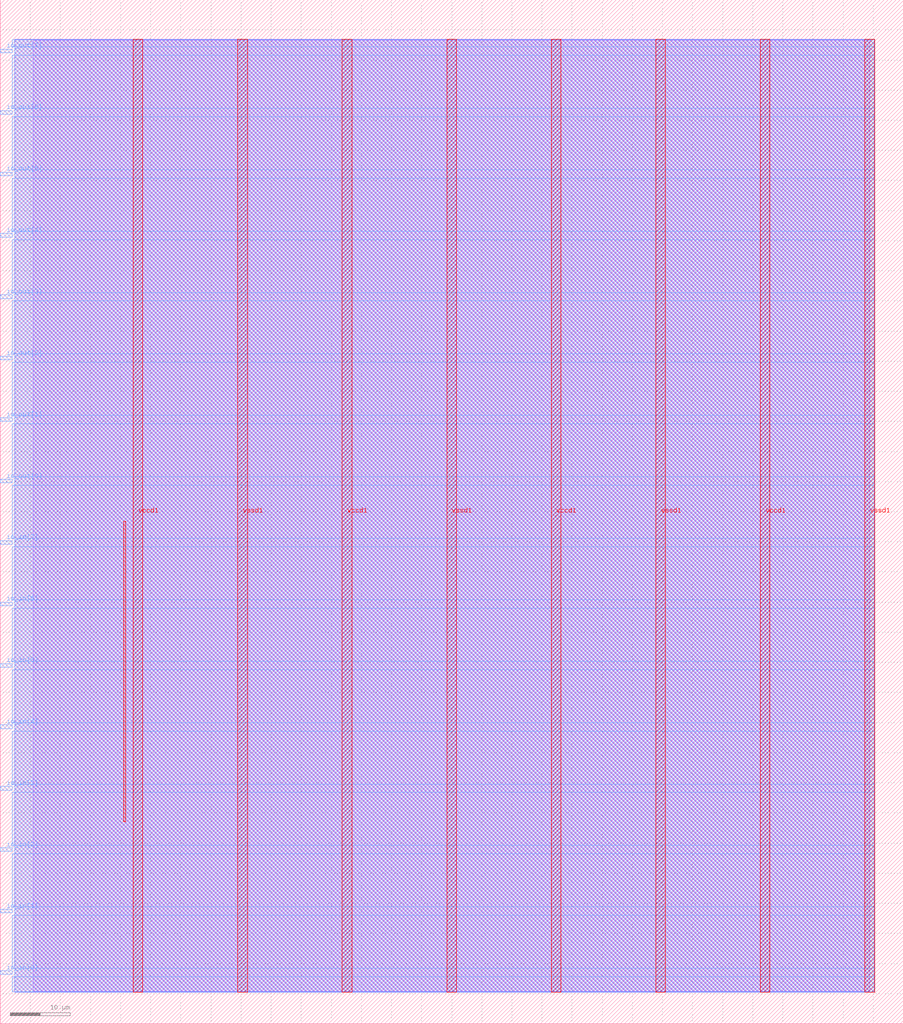
<source format=lef>
VERSION 5.7 ;
  NOWIREEXTENSIONATPIN ON ;
  DIVIDERCHAR "/" ;
  BUSBITCHARS "[]" ;
MACRO maheredia_arbiter_game
  CLASS BLOCK ;
  FOREIGN maheredia_arbiter_game ;
  ORIGIN 0.000 0.000 ;
  SIZE 150.000 BY 170.000 ;
  PIN io_in[0]
    DIRECTION INPUT ;
    USE SIGNAL ;
    PORT
      LAYER met3 ;
        RECT 0.000 8.200 2.000 8.800 ;
    END
  END io_in[0]
  PIN io_in[1]
    DIRECTION INPUT ;
    USE SIGNAL ;
    PORT
      LAYER met3 ;
        RECT 0.000 18.400 2.000 19.000 ;
    END
  END io_in[1]
  PIN io_in[2]
    DIRECTION INPUT ;
    USE SIGNAL ;
    PORT
      LAYER met3 ;
        RECT 0.000 28.600 2.000 29.200 ;
    END
  END io_in[2]
  PIN io_in[3]
    DIRECTION INPUT ;
    USE SIGNAL ;
    PORT
      LAYER met3 ;
        RECT 0.000 38.800 2.000 39.400 ;
    END
  END io_in[3]
  PIN io_in[4]
    DIRECTION INPUT ;
    USE SIGNAL ;
    PORT
      LAYER met3 ;
        RECT 0.000 49.000 2.000 49.600 ;
    END
  END io_in[4]
  PIN io_in[5]
    DIRECTION INPUT ;
    USE SIGNAL ;
    PORT
      LAYER met3 ;
        RECT 0.000 59.200 2.000 59.800 ;
    END
  END io_in[5]
  PIN io_in[6]
    DIRECTION INPUT ;
    USE SIGNAL ;
    PORT
      LAYER met3 ;
        RECT 0.000 69.400 2.000 70.000 ;
    END
  END io_in[6]
  PIN io_in[7]
    DIRECTION INPUT ;
    USE SIGNAL ;
    PORT
      LAYER met3 ;
        RECT 0.000 79.600 2.000 80.200 ;
    END
  END io_in[7]
  PIN io_out[0]
    DIRECTION OUTPUT TRISTATE ;
    USE SIGNAL ;
    PORT
      LAYER met3 ;
        RECT 0.000 89.800 2.000 90.400 ;
    END
  END io_out[0]
  PIN io_out[1]
    DIRECTION OUTPUT TRISTATE ;
    USE SIGNAL ;
    PORT
      LAYER met3 ;
        RECT 0.000 100.000 2.000 100.600 ;
    END
  END io_out[1]
  PIN io_out[2]
    DIRECTION OUTPUT TRISTATE ;
    USE SIGNAL ;
    PORT
      LAYER met3 ;
        RECT 0.000 110.200 2.000 110.800 ;
    END
  END io_out[2]
  PIN io_out[3]
    DIRECTION OUTPUT TRISTATE ;
    USE SIGNAL ;
    PORT
      LAYER met3 ;
        RECT 0.000 120.400 2.000 121.000 ;
    END
  END io_out[3]
  PIN io_out[4]
    DIRECTION OUTPUT TRISTATE ;
    USE SIGNAL ;
    PORT
      LAYER met3 ;
        RECT 0.000 130.600 2.000 131.200 ;
    END
  END io_out[4]
  PIN io_out[5]
    DIRECTION OUTPUT TRISTATE ;
    USE SIGNAL ;
    PORT
      LAYER met3 ;
        RECT 0.000 140.800 2.000 141.400 ;
    END
  END io_out[5]
  PIN io_out[6]
    DIRECTION OUTPUT TRISTATE ;
    USE SIGNAL ;
    PORT
      LAYER met3 ;
        RECT 0.000 151.000 2.000 151.600 ;
    END
  END io_out[6]
  PIN io_out[7]
    DIRECTION OUTPUT TRISTATE ;
    USE SIGNAL ;
    PORT
      LAYER met3 ;
        RECT 0.000 161.200 2.000 161.800 ;
    END
  END io_out[7]
  PIN vccd1
    DIRECTION INOUT ;
    USE POWER ;
    PORT
      LAYER met4 ;
        RECT 22.085 5.200 23.685 163.440 ;
    END
    PORT
      LAYER met4 ;
        RECT 56.815 5.200 58.415 163.440 ;
    END
    PORT
      LAYER met4 ;
        RECT 91.545 5.200 93.145 163.440 ;
    END
    PORT
      LAYER met4 ;
        RECT 126.275 5.200 127.875 163.440 ;
    END
  END vccd1
  PIN vssd1
    DIRECTION INOUT ;
    USE GROUND ;
    PORT
      LAYER met4 ;
        RECT 39.450 5.200 41.050 163.440 ;
    END
    PORT
      LAYER met4 ;
        RECT 74.180 5.200 75.780 163.440 ;
    END
    PORT
      LAYER met4 ;
        RECT 108.910 5.200 110.510 163.440 ;
    END
    PORT
      LAYER met4 ;
        RECT 143.640 5.200 145.240 163.440 ;
    END
  END vssd1
  OBS
      LAYER li1 ;
        RECT 5.520 5.355 144.440 163.285 ;
      LAYER met1 ;
        RECT 2.370 5.200 145.240 163.440 ;
      LAYER met2 ;
        RECT 2.390 5.255 145.210 163.385 ;
      LAYER met3 ;
        RECT 2.000 162.200 145.230 163.365 ;
        RECT 2.400 160.800 145.230 162.200 ;
        RECT 2.000 152.000 145.230 160.800 ;
        RECT 2.400 150.600 145.230 152.000 ;
        RECT 2.000 141.800 145.230 150.600 ;
        RECT 2.400 140.400 145.230 141.800 ;
        RECT 2.000 131.600 145.230 140.400 ;
        RECT 2.400 130.200 145.230 131.600 ;
        RECT 2.000 121.400 145.230 130.200 ;
        RECT 2.400 120.000 145.230 121.400 ;
        RECT 2.000 111.200 145.230 120.000 ;
        RECT 2.400 109.800 145.230 111.200 ;
        RECT 2.000 101.000 145.230 109.800 ;
        RECT 2.400 99.600 145.230 101.000 ;
        RECT 2.000 90.800 145.230 99.600 ;
        RECT 2.400 89.400 145.230 90.800 ;
        RECT 2.000 80.600 145.230 89.400 ;
        RECT 2.400 79.200 145.230 80.600 ;
        RECT 2.000 70.400 145.230 79.200 ;
        RECT 2.400 69.000 145.230 70.400 ;
        RECT 2.000 60.200 145.230 69.000 ;
        RECT 2.400 58.800 145.230 60.200 ;
        RECT 2.000 50.000 145.230 58.800 ;
        RECT 2.400 48.600 145.230 50.000 ;
        RECT 2.000 39.800 145.230 48.600 ;
        RECT 2.400 38.400 145.230 39.800 ;
        RECT 2.000 29.600 145.230 38.400 ;
        RECT 2.400 28.200 145.230 29.600 ;
        RECT 2.000 19.400 145.230 28.200 ;
        RECT 2.400 18.000 145.230 19.400 ;
        RECT 2.000 9.200 145.230 18.000 ;
        RECT 2.400 7.800 145.230 9.200 ;
        RECT 2.000 5.275 145.230 7.800 ;
      LAYER met4 ;
        RECT 20.535 33.495 20.865 83.465 ;
  END
END maheredia_arbiter_game
END LIBRARY


</source>
